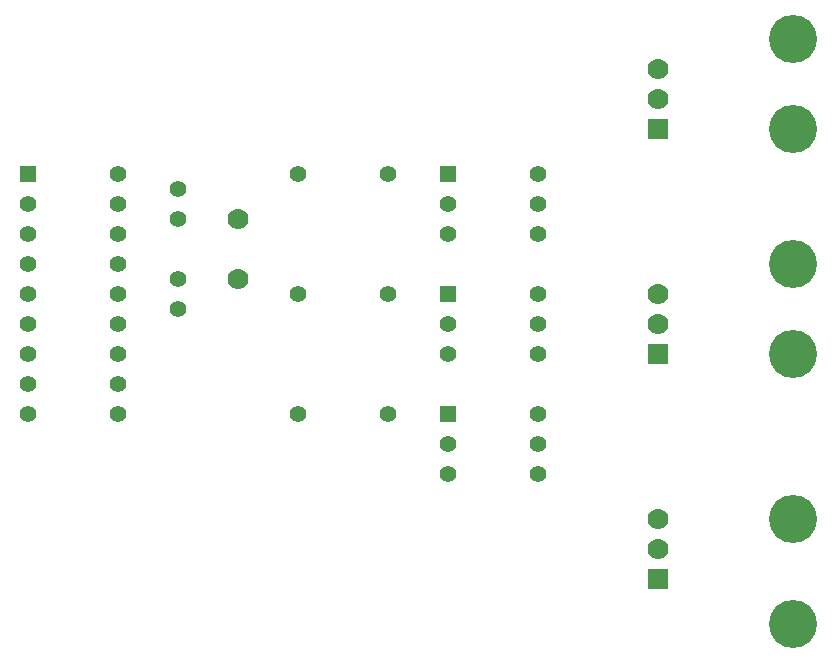
<source format=gtl>
G04 (created by PCBNEW-RS274X (2012-apr-16-27)-stable) date lun 31 mar 2014 00:38:12 ART*
G01*
G70*
G90*
%MOIN*%
G04 Gerber Fmt 3.4, Leading zero omitted, Abs format*
%FSLAX34Y34*%
G04 APERTURE LIST*
%ADD10C,0.006000*%
%ADD11C,0.070000*%
%ADD12R,0.070000X0.070000*%
%ADD13C,0.055000*%
%ADD14R,0.055000X0.055000*%
%ADD15C,0.160000*%
G04 APERTURE END LIST*
G54D10*
G54D11*
X49500Y-20000D03*
X49500Y-21000D03*
G54D12*
X49500Y-22000D03*
G54D11*
X49500Y-27500D03*
X49500Y-28500D03*
G54D12*
X49500Y-29500D03*
G54D11*
X49500Y-35000D03*
X49500Y-36000D03*
G54D12*
X49500Y-37000D03*
G54D13*
X37500Y-23500D03*
X40500Y-23500D03*
X37500Y-27500D03*
X40500Y-27500D03*
X37500Y-31500D03*
X40500Y-31500D03*
G54D14*
X42500Y-23500D03*
G54D13*
X42500Y-24500D03*
X42500Y-25500D03*
X45500Y-25500D03*
X45500Y-24500D03*
X45500Y-23500D03*
G54D14*
X42500Y-27500D03*
G54D13*
X42500Y-28500D03*
X42500Y-29500D03*
X45500Y-29500D03*
X45500Y-28500D03*
X45500Y-27500D03*
G54D14*
X42500Y-31500D03*
G54D13*
X42500Y-32500D03*
X42500Y-33500D03*
X45500Y-33500D03*
X45500Y-32500D03*
X45500Y-31500D03*
G54D14*
X28500Y-23500D03*
G54D13*
X28500Y-24500D03*
X28500Y-25500D03*
X28500Y-26500D03*
X28500Y-27500D03*
X28500Y-28500D03*
X28500Y-29500D03*
X28500Y-30500D03*
X28500Y-31500D03*
X31500Y-31500D03*
X31500Y-30500D03*
X31500Y-29500D03*
X31500Y-28500D03*
X31500Y-27500D03*
X31500Y-26500D03*
X31500Y-25500D03*
X31500Y-24500D03*
X31500Y-23500D03*
G54D15*
X54000Y-19000D03*
X54000Y-22000D03*
X54000Y-26500D03*
X54000Y-29500D03*
X54000Y-35000D03*
X54000Y-38500D03*
G54D11*
X35500Y-27000D03*
X35500Y-25000D03*
G54D13*
X33500Y-25000D03*
X33500Y-24000D03*
X33500Y-27000D03*
X33500Y-28000D03*
M02*

</source>
